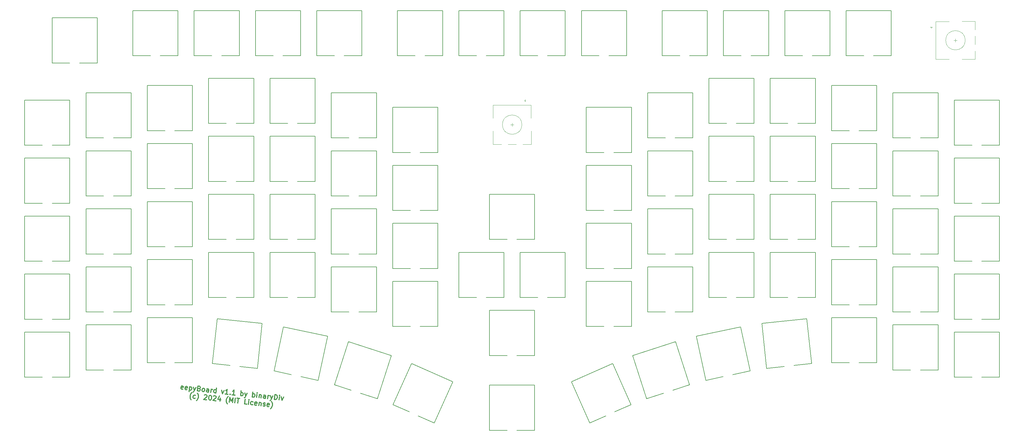
<source format=gbr>
%TF.GenerationSoftware,KiCad,Pcbnew,8.0.5*%
%TF.CreationDate,2024-10-10T16:29:35+02:00*%
%TF.ProjectId,eepyboard_rev2,65657079-626f-4617-9264-5f726576322e,1.1*%
%TF.SameCoordinates,Original*%
%TF.FileFunction,Legend,Top*%
%TF.FilePolarity,Positive*%
%FSLAX46Y46*%
G04 Gerber Fmt 4.6, Leading zero omitted, Abs format (unit mm)*
G04 Created by KiCad (PCBNEW 8.0.5) date 2024-10-10 16:29:35*
%MOMM*%
%LPD*%
G01*
G04 APERTURE LIST*
%ADD10C,0.300000*%
%ADD11C,0.150000*%
%ADD12C,0.120000*%
G04 APERTURE END LIST*
D10*
X116984305Y-186025936D02*
X116834473Y-186081257D01*
X116834473Y-186081257D02*
X116550484Y-186049904D01*
X116550484Y-186049904D02*
X116416328Y-185963231D01*
X116416328Y-185963231D02*
X116361007Y-185813398D01*
X116361007Y-185813398D02*
X116423712Y-185245421D01*
X116423712Y-185245421D02*
X116510386Y-185111264D01*
X116510386Y-185111264D02*
X116660218Y-185055943D01*
X116660218Y-185055943D02*
X116944207Y-185087296D01*
X116944207Y-185087296D02*
X117078363Y-185173970D01*
X117078363Y-185173970D02*
X117133684Y-185323802D01*
X117133684Y-185323802D02*
X117118008Y-185465797D01*
X117118008Y-185465797D02*
X116392359Y-185529409D01*
X118262255Y-186167023D02*
X118112422Y-186222344D01*
X118112422Y-186222344D02*
X117828433Y-186190991D01*
X117828433Y-186190991D02*
X117694277Y-186104318D01*
X117694277Y-186104318D02*
X117638956Y-185954485D01*
X117638956Y-185954485D02*
X117701662Y-185386507D01*
X117701662Y-185386507D02*
X117788335Y-185252351D01*
X117788335Y-185252351D02*
X117938168Y-185197030D01*
X117938168Y-185197030D02*
X118222157Y-185228383D01*
X118222157Y-185228383D02*
X118356313Y-185315057D01*
X118356313Y-185315057D02*
X118411634Y-185464889D01*
X118411634Y-185464889D02*
X118395957Y-185606884D01*
X118395957Y-185606884D02*
X117670309Y-185670496D01*
X119074123Y-185322441D02*
X118909521Y-186813382D01*
X119066285Y-185393438D02*
X119216117Y-185338117D01*
X119216117Y-185338117D02*
X119500106Y-185369470D01*
X119500106Y-185369470D02*
X119634262Y-185456144D01*
X119634262Y-185456144D02*
X119697421Y-185534979D01*
X119697421Y-185534979D02*
X119752742Y-185684811D01*
X119752742Y-185684811D02*
X119705713Y-186110795D01*
X119705713Y-186110795D02*
X119619040Y-186244951D01*
X119619040Y-186244951D02*
X119540204Y-186308110D01*
X119540204Y-186308110D02*
X119390372Y-186363431D01*
X119390372Y-186363431D02*
X119106383Y-186332078D01*
X119106383Y-186332078D02*
X118972227Y-186245405D01*
X120281076Y-185455690D02*
X120526327Y-186488842D01*
X120991048Y-185534071D02*
X120526327Y-186488842D01*
X120526327Y-186488842D02*
X120345142Y-186828151D01*
X120345142Y-186828151D02*
X120266307Y-186891310D01*
X120266307Y-186891310D02*
X120116474Y-186946631D01*
X122032491Y-185864636D02*
X122237645Y-185959147D01*
X122237645Y-185959147D02*
X122300804Y-186037983D01*
X122300804Y-186037983D02*
X122356125Y-186187815D01*
X122356125Y-186187815D02*
X122332610Y-186400807D01*
X122332610Y-186400807D02*
X122245936Y-186534963D01*
X122245936Y-186534963D02*
X122167101Y-186598122D01*
X122167101Y-186598122D02*
X122017269Y-186653443D01*
X122017269Y-186653443D02*
X121449291Y-186590738D01*
X121449291Y-186590738D02*
X121613892Y-185099796D01*
X121613892Y-185099796D02*
X122110873Y-185154663D01*
X122110873Y-185154663D02*
X122245029Y-185241337D01*
X122245029Y-185241337D02*
X122308188Y-185320172D01*
X122308188Y-185320172D02*
X122363509Y-185470005D01*
X122363509Y-185470005D02*
X122347833Y-185611999D01*
X122347833Y-185611999D02*
X122261159Y-185746156D01*
X122261159Y-185746156D02*
X122182324Y-185809315D01*
X122182324Y-185809315D02*
X122032491Y-185864636D01*
X122032491Y-185864636D02*
X121535511Y-185809768D01*
X123153224Y-186778854D02*
X123019068Y-186692180D01*
X123019068Y-186692180D02*
X122955909Y-186613345D01*
X122955909Y-186613345D02*
X122900588Y-186463512D01*
X122900588Y-186463512D02*
X122947617Y-186037529D01*
X122947617Y-186037529D02*
X123034290Y-185903373D01*
X123034290Y-185903373D02*
X123113126Y-185840214D01*
X123113126Y-185840214D02*
X123262958Y-185784893D01*
X123262958Y-185784893D02*
X123475950Y-185808407D01*
X123475950Y-185808407D02*
X123610106Y-185895081D01*
X123610106Y-185895081D02*
X123673265Y-185973916D01*
X123673265Y-185973916D02*
X123728586Y-186123749D01*
X123728586Y-186123749D02*
X123681557Y-186549732D01*
X123681557Y-186549732D02*
X123594884Y-186683888D01*
X123594884Y-186683888D02*
X123516048Y-186747047D01*
X123516048Y-186747047D02*
X123366216Y-186802368D01*
X123366216Y-186802368D02*
X123153224Y-186778854D01*
X124928154Y-186974808D02*
X125014374Y-186193838D01*
X125014374Y-186193838D02*
X124959053Y-186044006D01*
X124959053Y-186044006D02*
X124824897Y-185957332D01*
X124824897Y-185957332D02*
X124540908Y-185925980D01*
X124540908Y-185925980D02*
X124391076Y-185981301D01*
X124935992Y-186903811D02*
X124786160Y-186959131D01*
X124786160Y-186959131D02*
X124431174Y-186919941D01*
X124431174Y-186919941D02*
X124297018Y-186833267D01*
X124297018Y-186833267D02*
X124241697Y-186683435D01*
X124241697Y-186683435D02*
X124257373Y-186541440D01*
X124257373Y-186541440D02*
X124344047Y-186407284D01*
X124344047Y-186407284D02*
X124493879Y-186351963D01*
X124493879Y-186351963D02*
X124848865Y-186391154D01*
X124848865Y-186391154D02*
X124998698Y-186335833D01*
X125638127Y-187053189D02*
X125747861Y-186059229D01*
X125716508Y-186343217D02*
X125803182Y-186209061D01*
X125803182Y-186209061D02*
X125882017Y-186145902D01*
X125882017Y-186145902D02*
X126031850Y-186090581D01*
X126031850Y-186090581D02*
X126173844Y-186106258D01*
X127200065Y-187225629D02*
X127364666Y-185734688D01*
X127207903Y-187154632D02*
X127058070Y-187209953D01*
X127058070Y-187209953D02*
X126774082Y-187178600D01*
X126774082Y-187178600D02*
X126639925Y-187091927D01*
X126639925Y-187091927D02*
X126576766Y-187013091D01*
X126576766Y-187013091D02*
X126521445Y-186863259D01*
X126521445Y-186863259D02*
X126568474Y-186437275D01*
X126568474Y-186437275D02*
X126655148Y-186303119D01*
X126655148Y-186303119D02*
X126733983Y-186239960D01*
X126733983Y-186239960D02*
X126883816Y-186184639D01*
X126883816Y-186184639D02*
X127167805Y-186215992D01*
X127167805Y-186215992D02*
X127301961Y-186302665D01*
X129013732Y-186419784D02*
X129258984Y-187452936D01*
X129258984Y-187452936D02*
X129723704Y-186498166D01*
X130962917Y-187641052D02*
X130110950Y-187546994D01*
X130536934Y-187594023D02*
X130701535Y-186103081D01*
X130701535Y-186103081D02*
X130536026Y-186300397D01*
X130536026Y-186300397D02*
X130378355Y-186426715D01*
X130378355Y-186426715D02*
X130228523Y-186482036D01*
X131617568Y-187569601D02*
X131680727Y-187648436D01*
X131680727Y-187648436D02*
X131601891Y-187711595D01*
X131601891Y-187711595D02*
X131538732Y-187632760D01*
X131538732Y-187632760D02*
X131617568Y-187569601D01*
X131617568Y-187569601D02*
X131601891Y-187711595D01*
X133092833Y-187876197D02*
X132240867Y-187782139D01*
X132666850Y-187829168D02*
X132831451Y-186338226D01*
X132831451Y-186338226D02*
X132665942Y-186535542D01*
X132665942Y-186535542D02*
X132508272Y-186661860D01*
X132508272Y-186661860D02*
X132358439Y-186717181D01*
X134867763Y-188072151D02*
X135032364Y-186581209D01*
X134969659Y-187149187D02*
X135119491Y-187093866D01*
X135119491Y-187093866D02*
X135403480Y-187125219D01*
X135403480Y-187125219D02*
X135537637Y-187211892D01*
X135537637Y-187211892D02*
X135600796Y-187290728D01*
X135600796Y-187290728D02*
X135656117Y-187440560D01*
X135656117Y-187440560D02*
X135609088Y-187866544D01*
X135609088Y-187866544D02*
X135522414Y-188000700D01*
X135522414Y-188000700D02*
X135443579Y-188063859D01*
X135443579Y-188063859D02*
X135293746Y-188119180D01*
X135293746Y-188119180D02*
X135009757Y-188087827D01*
X135009757Y-188087827D02*
X134875601Y-188001154D01*
X136184450Y-187211439D02*
X136429702Y-188244590D01*
X136894422Y-187289820D02*
X136429702Y-188244590D01*
X136429702Y-188244590D02*
X136248516Y-188583900D01*
X136248516Y-188583900D02*
X136169681Y-188647059D01*
X136169681Y-188647059D02*
X136019848Y-188702380D01*
X138488620Y-188471897D02*
X138653222Y-186980956D01*
X138590517Y-187548933D02*
X138740349Y-187493613D01*
X138740349Y-187493613D02*
X139024338Y-187524965D01*
X139024338Y-187524965D02*
X139158494Y-187611639D01*
X139158494Y-187611639D02*
X139221653Y-187690474D01*
X139221653Y-187690474D02*
X139276974Y-187840307D01*
X139276974Y-187840307D02*
X139229945Y-188266290D01*
X139229945Y-188266290D02*
X139143272Y-188400446D01*
X139143272Y-188400446D02*
X139064436Y-188463605D01*
X139064436Y-188463605D02*
X138914604Y-188518926D01*
X138914604Y-188518926D02*
X138630615Y-188487574D01*
X138630615Y-188487574D02*
X138496459Y-188400900D01*
X139837568Y-188620822D02*
X139947302Y-187626861D01*
X140002169Y-187129881D02*
X139923334Y-187193040D01*
X139923334Y-187193040D02*
X139986493Y-187271875D01*
X139986493Y-187271875D02*
X140065328Y-187208716D01*
X140065328Y-187208716D02*
X140002169Y-187129881D01*
X140002169Y-187129881D02*
X139986493Y-187271875D01*
X140657274Y-187705243D02*
X140547540Y-188699204D01*
X140641598Y-187847237D02*
X140720433Y-187784078D01*
X140720433Y-187784078D02*
X140870266Y-187728758D01*
X140870266Y-187728758D02*
X141083258Y-187752272D01*
X141083258Y-187752272D02*
X141217414Y-187838946D01*
X141217414Y-187838946D02*
X141272735Y-187988778D01*
X141272735Y-187988778D02*
X141186515Y-188769748D01*
X142535462Y-188918673D02*
X142621682Y-188137703D01*
X142621682Y-188137703D02*
X142566361Y-187987871D01*
X142566361Y-187987871D02*
X142432205Y-187901197D01*
X142432205Y-187901197D02*
X142148216Y-187869845D01*
X142148216Y-187869845D02*
X141998383Y-187925165D01*
X142543300Y-188847675D02*
X142393468Y-188902996D01*
X142393468Y-188902996D02*
X142038481Y-188863806D01*
X142038481Y-188863806D02*
X141904325Y-188777132D01*
X141904325Y-188777132D02*
X141849004Y-188627299D01*
X141849004Y-188627299D02*
X141864681Y-188485305D01*
X141864681Y-188485305D02*
X141951354Y-188351149D01*
X141951354Y-188351149D02*
X142101187Y-188295828D01*
X142101187Y-188295828D02*
X142456173Y-188335019D01*
X142456173Y-188335019D02*
X142606005Y-188279698D01*
X143245434Y-188997054D02*
X143355169Y-188003093D01*
X143323816Y-188287082D02*
X143410489Y-188152926D01*
X143410489Y-188152926D02*
X143489325Y-188089767D01*
X143489325Y-188089767D02*
X143639157Y-188034446D01*
X143639157Y-188034446D02*
X143781152Y-188050122D01*
X144136137Y-188089313D02*
X144381389Y-189122465D01*
X144846110Y-188167695D02*
X144381389Y-189122465D01*
X144381389Y-189122465D02*
X144200204Y-189461775D01*
X144200204Y-189461775D02*
X144121369Y-189524934D01*
X144121369Y-189524934D02*
X143971536Y-189580255D01*
X145304353Y-189224361D02*
X145468954Y-187733420D01*
X145468954Y-187733420D02*
X145823940Y-187772610D01*
X145823940Y-187772610D02*
X146029094Y-187867122D01*
X146029094Y-187867122D02*
X146155412Y-188024793D01*
X146155412Y-188024793D02*
X146210733Y-188174625D01*
X146210733Y-188174625D02*
X146250377Y-188466453D01*
X146250377Y-188466453D02*
X146226863Y-188679444D01*
X146226863Y-188679444D02*
X146124513Y-188955595D01*
X146124513Y-188955595D02*
X146037839Y-189089751D01*
X146037839Y-189089751D02*
X145880169Y-189216069D01*
X145880169Y-189216069D02*
X145659339Y-189263552D01*
X145659339Y-189263552D02*
X145304353Y-189224361D01*
X146795294Y-189388963D02*
X146905029Y-188395002D01*
X146959896Y-187898021D02*
X146881060Y-187961180D01*
X146881060Y-187961180D02*
X146944219Y-188040016D01*
X146944219Y-188040016D02*
X147023055Y-187976856D01*
X147023055Y-187976856D02*
X146959896Y-187898021D01*
X146959896Y-187898021D02*
X146944219Y-188040016D01*
X147473007Y-188457707D02*
X147718258Y-189490859D01*
X147718258Y-189490859D02*
X148182979Y-188536089D01*
X119524151Y-189382689D02*
X119460992Y-189303853D01*
X119460992Y-189303853D02*
X119342512Y-189075185D01*
X119342512Y-189075185D02*
X119287191Y-188925353D01*
X119287191Y-188925353D02*
X119239708Y-188704523D01*
X119239708Y-188704523D02*
X119207902Y-188341699D01*
X119207902Y-188341699D02*
X119239254Y-188057710D01*
X119239254Y-188057710D02*
X119349442Y-187710562D01*
X119349442Y-187710562D02*
X119443954Y-187505409D01*
X119443954Y-187505409D02*
X119530628Y-187371252D01*
X119530628Y-187371252D02*
X119696136Y-187173937D01*
X119696136Y-187173937D02*
X119774972Y-187110778D01*
X120801647Y-188876963D02*
X120651814Y-188932284D01*
X120651814Y-188932284D02*
X120367825Y-188900931D01*
X120367825Y-188900931D02*
X120233669Y-188814257D01*
X120233669Y-188814257D02*
X120170510Y-188735422D01*
X120170510Y-188735422D02*
X120115189Y-188585589D01*
X120115189Y-188585589D02*
X120162218Y-188159606D01*
X120162218Y-188159606D02*
X120248892Y-188025450D01*
X120248892Y-188025450D02*
X120327727Y-187962291D01*
X120327727Y-187962291D02*
X120477560Y-187906970D01*
X120477560Y-187906970D02*
X120761548Y-187938323D01*
X120761548Y-187938323D02*
X120895705Y-188024996D01*
X121228083Y-189570805D02*
X121306919Y-189507646D01*
X121306919Y-189507646D02*
X121472428Y-189310330D01*
X121472428Y-189310330D02*
X121559101Y-189176174D01*
X121559101Y-189176174D02*
X121653613Y-188971021D01*
X121653613Y-188971021D02*
X121763801Y-188623873D01*
X121763801Y-188623873D02*
X121795154Y-188339884D01*
X121795154Y-188339884D02*
X121763347Y-187977060D01*
X121763347Y-187977060D02*
X121715864Y-187756230D01*
X121715864Y-187756230D02*
X121660544Y-187606397D01*
X121660544Y-187606397D02*
X121542064Y-187377729D01*
X121542064Y-187377729D02*
X121478905Y-187298894D01*
X123640627Y-187896863D02*
X123719463Y-187833704D01*
X123719463Y-187833704D02*
X123869295Y-187778383D01*
X123869295Y-187778383D02*
X124224281Y-187817574D01*
X124224281Y-187817574D02*
X124358437Y-187904248D01*
X124358437Y-187904248D02*
X124421597Y-187983083D01*
X124421597Y-187983083D02*
X124476917Y-188132916D01*
X124476917Y-188132916D02*
X124461241Y-188274910D01*
X124461241Y-188274910D02*
X124366729Y-188480063D01*
X124366729Y-188480063D02*
X123420705Y-189237972D01*
X123420705Y-189237972D02*
X124343669Y-189339868D01*
X125431233Y-187950823D02*
X125573228Y-187966499D01*
X125573228Y-187966499D02*
X125707384Y-188053173D01*
X125707384Y-188053173D02*
X125770543Y-188132008D01*
X125770543Y-188132008D02*
X125825864Y-188281841D01*
X125825864Y-188281841D02*
X125865509Y-188573668D01*
X125865509Y-188573668D02*
X125826318Y-188928654D01*
X125826318Y-188928654D02*
X125723968Y-189204804D01*
X125723968Y-189204804D02*
X125637294Y-189338961D01*
X125637294Y-189338961D02*
X125558459Y-189402120D01*
X125558459Y-189402120D02*
X125408626Y-189457441D01*
X125408626Y-189457441D02*
X125266632Y-189441764D01*
X125266632Y-189441764D02*
X125132476Y-189355091D01*
X125132476Y-189355091D02*
X125069317Y-189276255D01*
X125069317Y-189276255D02*
X125013996Y-189126423D01*
X125013996Y-189126423D02*
X124974351Y-188834596D01*
X124974351Y-188834596D02*
X125013542Y-188479610D01*
X125013542Y-188479610D02*
X125115892Y-188203459D01*
X125115892Y-188203459D02*
X125202565Y-188069303D01*
X125202565Y-188069303D02*
X125281401Y-188006144D01*
X125281401Y-188006144D02*
X125431233Y-187950823D01*
X126480515Y-188210390D02*
X126559350Y-188147231D01*
X126559350Y-188147231D02*
X126709183Y-188091910D01*
X126709183Y-188091910D02*
X127064169Y-188131101D01*
X127064169Y-188131101D02*
X127198325Y-188217774D01*
X127198325Y-188217774D02*
X127261484Y-188296609D01*
X127261484Y-188296609D02*
X127316805Y-188446442D01*
X127316805Y-188446442D02*
X127301129Y-188588436D01*
X127301129Y-188588436D02*
X127206617Y-188793590D01*
X127206617Y-188793590D02*
X126260592Y-189551499D01*
X126260592Y-189551499D02*
X127183556Y-189653395D01*
X128571240Y-188800521D02*
X128461506Y-189794482D01*
X128278959Y-188193352D02*
X127806401Y-189219119D01*
X127806401Y-189219119D02*
X128729364Y-189321016D01*
X130741708Y-190621119D02*
X130678549Y-190542283D01*
X130678549Y-190542283D02*
X130560069Y-190313615D01*
X130560069Y-190313615D02*
X130504748Y-190163783D01*
X130504748Y-190163783D02*
X130457265Y-189942953D01*
X130457265Y-189942953D02*
X130425459Y-189580129D01*
X130425459Y-189580129D02*
X130456811Y-189296140D01*
X130456811Y-189296140D02*
X130566999Y-188948992D01*
X130566999Y-188948992D02*
X130661511Y-188743839D01*
X130661511Y-188743839D02*
X130748185Y-188609682D01*
X130748185Y-188609682D02*
X130913694Y-188412367D01*
X130913694Y-188412367D02*
X130992529Y-188349208D01*
X131372391Y-190115846D02*
X131536992Y-188624905D01*
X131536992Y-188624905D02*
X131916400Y-189744730D01*
X131916400Y-189744730D02*
X132530953Y-188734639D01*
X132530953Y-188734639D02*
X132366352Y-190225581D01*
X133076324Y-190303962D02*
X133240925Y-188813021D01*
X133737906Y-188867888D02*
X134589873Y-188961946D01*
X133999288Y-190405858D02*
X134163889Y-188914917D01*
X136768179Y-190711547D02*
X136058207Y-190633165D01*
X136058207Y-190633165D02*
X136222808Y-189142224D01*
X137265160Y-190766414D02*
X137374894Y-189772453D01*
X137429761Y-189275473D02*
X137350926Y-189338632D01*
X137350926Y-189338632D02*
X137414085Y-189417467D01*
X137414085Y-189417467D02*
X137492920Y-189354308D01*
X137492920Y-189354308D02*
X137429761Y-189275473D01*
X137429761Y-189275473D02*
X137414085Y-189417467D01*
X138621945Y-190844342D02*
X138472113Y-190899663D01*
X138472113Y-190899663D02*
X138188124Y-190868310D01*
X138188124Y-190868310D02*
X138053968Y-190781637D01*
X138053968Y-190781637D02*
X137990808Y-190702801D01*
X137990808Y-190702801D02*
X137935488Y-190552969D01*
X137935488Y-190552969D02*
X137982517Y-190126985D01*
X137982517Y-190126985D02*
X138069190Y-189992829D01*
X138069190Y-189992829D02*
X138148025Y-189929670D01*
X138148025Y-189929670D02*
X138297858Y-189874349D01*
X138297858Y-189874349D02*
X138581847Y-189905702D01*
X138581847Y-189905702D02*
X138716003Y-189992375D01*
X139828898Y-190977591D02*
X139679065Y-191032912D01*
X139679065Y-191032912D02*
X139395076Y-191001559D01*
X139395076Y-191001559D02*
X139260920Y-190914885D01*
X139260920Y-190914885D02*
X139205599Y-190765053D01*
X139205599Y-190765053D02*
X139268304Y-190197075D01*
X139268304Y-190197075D02*
X139354978Y-190062919D01*
X139354978Y-190062919D02*
X139504810Y-190007598D01*
X139504810Y-190007598D02*
X139788799Y-190038951D01*
X139788799Y-190038951D02*
X139922955Y-190125624D01*
X139922955Y-190125624D02*
X139978276Y-190275457D01*
X139978276Y-190275457D02*
X139962600Y-190417451D01*
X139962600Y-190417451D02*
X139236952Y-190481064D01*
X140640765Y-190133009D02*
X140531031Y-191126970D01*
X140625089Y-190275003D02*
X140703925Y-190211844D01*
X140703925Y-190211844D02*
X140853757Y-190156523D01*
X140853757Y-190156523D02*
X141066749Y-190180038D01*
X141066749Y-190180038D02*
X141200905Y-190266711D01*
X141200905Y-190266711D02*
X141256226Y-190416544D01*
X141256226Y-190416544D02*
X141170006Y-191197513D01*
X141816819Y-191197059D02*
X141950976Y-191283733D01*
X141950976Y-191283733D02*
X142234964Y-191315086D01*
X142234964Y-191315086D02*
X142384797Y-191259765D01*
X142384797Y-191259765D02*
X142471470Y-191125608D01*
X142471470Y-191125608D02*
X142479309Y-191054611D01*
X142479309Y-191054611D02*
X142423988Y-190904779D01*
X142423988Y-190904779D02*
X142289832Y-190818105D01*
X142289832Y-190818105D02*
X142076840Y-190794591D01*
X142076840Y-190794591D02*
X141942684Y-190707917D01*
X141942684Y-190707917D02*
X141887363Y-190558084D01*
X141887363Y-190558084D02*
X141895201Y-190487087D01*
X141895201Y-190487087D02*
X141981874Y-190352931D01*
X141981874Y-190352931D02*
X142131707Y-190297610D01*
X142131707Y-190297610D02*
X142344699Y-190321125D01*
X142344699Y-190321125D02*
X142478855Y-190407798D01*
X143662747Y-191400852D02*
X143512914Y-191456173D01*
X143512914Y-191456173D02*
X143228926Y-191424820D01*
X143228926Y-191424820D02*
X143094769Y-191338146D01*
X143094769Y-191338146D02*
X143039448Y-191188314D01*
X143039448Y-191188314D02*
X143102154Y-190620336D01*
X143102154Y-190620336D02*
X143188827Y-190486180D01*
X143188827Y-190486180D02*
X143338660Y-190430859D01*
X143338660Y-190430859D02*
X143622649Y-190462212D01*
X143622649Y-190462212D02*
X143756805Y-190548885D01*
X143756805Y-190548885D02*
X143812126Y-190698718D01*
X143812126Y-190698718D02*
X143796450Y-190840712D01*
X143796450Y-190840712D02*
X143070801Y-190904325D01*
X144160181Y-192102532D02*
X144239016Y-192039373D01*
X144239016Y-192039373D02*
X144404525Y-191842058D01*
X144404525Y-191842058D02*
X144491199Y-191707901D01*
X144491199Y-191707901D02*
X144585711Y-191502748D01*
X144585711Y-191502748D02*
X144695899Y-191155600D01*
X144695899Y-191155600D02*
X144727251Y-190871611D01*
X144727251Y-190871611D02*
X144695445Y-190508787D01*
X144695445Y-190508787D02*
X144647962Y-190287957D01*
X144647962Y-190287957D02*
X144592641Y-190138124D01*
X144592641Y-190138124D02*
X144474161Y-189909457D01*
X144474161Y-189909457D02*
X144411002Y-189830621D01*
D11*
%TO.C,S64*%
X145204919Y-180397826D02*
X148115683Y-166703758D01*
X148115683Y-166703758D02*
X161809751Y-169614522D01*
X150584730Y-181541340D02*
X145204919Y-180397826D01*
X158898987Y-183308590D02*
X153519175Y-182165075D01*
X161809751Y-169614522D02*
X158898987Y-183308590D01*
D12*
%TO.C,ROT2*%
X348527813Y-73708302D02*
X349127813Y-73708302D01*
X348827813Y-74008302D02*
X348527813Y-73708302D01*
X349127813Y-73708302D02*
X348827813Y-74008302D01*
X350227813Y-72008302D02*
X350227811Y-83708302D01*
X354327813Y-72008300D02*
X350227813Y-72008302D01*
X354327813Y-83708302D02*
X350227811Y-83708302D01*
X355827813Y-77808298D02*
X356827814Y-77808302D01*
X356327813Y-77308302D02*
X356327813Y-78308299D01*
X358327813Y-71908302D02*
X362427813Y-71908302D01*
X362427812Y-81108302D02*
X362427813Y-83708302D01*
X362427813Y-71908302D02*
X362427810Y-74508302D01*
X362427813Y-76508302D02*
X362427813Y-79108303D01*
X362427813Y-83708302D02*
X358327813Y-83708302D01*
X359327813Y-77808302D02*
G75*
G02*
X353327819Y-77808302I-2999997J0D01*
G01*
X353327819Y-77808302D02*
G75*
G02*
X359327813Y-77808302I2999997J0D01*
G01*
D11*
%TO.C,S88*%
X322447811Y-68598299D02*
X336447812Y-68598298D01*
X322447812Y-82598300D02*
X322447811Y-68598299D01*
X327947810Y-82598301D02*
X322447812Y-82598300D01*
X336447812Y-68598298D02*
X336447813Y-82598299D01*
X336447813Y-82598299D02*
X330947814Y-82598301D01*
%TO.C,S68*%
X276085871Y-169614522D02*
X289779939Y-166703758D01*
X278996635Y-183308590D02*
X276085871Y-169614522D01*
X284376447Y-182165076D02*
X278996635Y-183308590D01*
X289779939Y-166703758D02*
X292690703Y-180397826D01*
X292690703Y-180397826D02*
X287310892Y-181541341D01*
%TO.C,S37*%
X260947810Y-130098302D02*
X274947811Y-130098301D01*
X260947811Y-144098303D02*
X260947810Y-130098302D01*
X266447809Y-144098304D02*
X260947811Y-144098303D01*
X274947811Y-130098301D02*
X274947812Y-144098302D01*
X274947812Y-144098302D02*
X269447813Y-144098304D01*
%TO.C,S77*%
X101447811Y-68598302D02*
X115447812Y-68598301D01*
X101447812Y-82598303D02*
X101447811Y-68598302D01*
X106947810Y-82598304D02*
X101447812Y-82598303D01*
X115447812Y-68598301D02*
X115447813Y-82598302D01*
X115447813Y-82598302D02*
X109947814Y-82598304D01*
%TO.C,S82*%
X202447810Y-68598305D02*
X216447811Y-68598304D01*
X202447811Y-82598306D02*
X202447810Y-68598305D01*
X207947809Y-82598307D02*
X202447811Y-82598306D01*
X216447811Y-68598304D02*
X216447812Y-82598305D01*
X216447812Y-82598305D02*
X210947813Y-82598307D01*
%TO.C,S24*%
X162947810Y-148098300D02*
X176947811Y-148098299D01*
X162947811Y-162098301D02*
X162947810Y-148098300D01*
X168447809Y-162098302D02*
X162947811Y-162098301D01*
X176947811Y-148098299D02*
X176947812Y-162098300D01*
X176947812Y-162098300D02*
X171447813Y-162098302D01*
%TO.C,S50*%
X317947812Y-127848300D02*
X331947813Y-127848299D01*
X317947813Y-141848301D02*
X317947812Y-127848300D01*
X323447811Y-141848302D02*
X317947813Y-141848301D01*
X331947813Y-127848299D02*
X331947814Y-141848300D01*
X331947814Y-141848300D02*
X326447815Y-141848302D01*
%TO.C,S58*%
X355947812Y-168348306D02*
X369947813Y-168348305D01*
X355947813Y-182348307D02*
X355947812Y-168348306D01*
X361447811Y-182348308D02*
X355947813Y-182348307D01*
X369947813Y-168348305D02*
X369947814Y-182348306D01*
X369947814Y-182348306D02*
X364447815Y-182348308D01*
%TO.C,S61*%
X355947810Y-114348302D02*
X369947811Y-114348301D01*
X355947811Y-128348303D02*
X355947810Y-114348302D01*
X361447809Y-128348304D02*
X355947811Y-128348303D01*
X369947811Y-114348301D02*
X369947812Y-128348302D01*
X369947812Y-128348302D02*
X364447813Y-128348304D01*
%TO.C,S36*%
X260947812Y-148098300D02*
X274947813Y-148098299D01*
X260947813Y-162098301D02*
X260947812Y-148098300D01*
X266447811Y-162098302D02*
X260947813Y-162098301D01*
X274947813Y-148098299D02*
X274947814Y-162098300D01*
X274947814Y-162098300D02*
X269447815Y-162098302D01*
%TO.C,S23*%
X143947812Y-89598300D02*
X157947813Y-89598299D01*
X143947813Y-103598301D02*
X143947812Y-89598300D01*
X149447811Y-103598302D02*
X143947813Y-103598301D01*
X157947813Y-89598299D02*
X157947814Y-103598300D01*
X157947814Y-103598300D02*
X152447815Y-103598302D01*
%TO.C,S78*%
X120447811Y-68598303D02*
X134447812Y-68598302D01*
X120447812Y-82598304D02*
X120447811Y-68598303D01*
X125947810Y-82598305D02*
X120447812Y-82598304D01*
X134447812Y-68598302D02*
X134447813Y-82598303D01*
X134447813Y-82598303D02*
X128947814Y-82598305D01*
%TO.C,S11*%
X105947813Y-163848303D02*
X119947814Y-163848302D01*
X105947814Y-177848304D02*
X105947813Y-163848303D01*
X111447812Y-177848305D02*
X105947814Y-177848304D01*
X119947814Y-163848302D02*
X119947815Y-177848303D01*
X119947815Y-177848303D02*
X114447816Y-177848305D01*
%TO.C,S87*%
X303447813Y-68598302D02*
X317447814Y-68598301D01*
X303447814Y-82598303D02*
X303447813Y-68598302D01*
X308947812Y-82598304D02*
X303447814Y-82598303D01*
X317447814Y-68598301D02*
X317447815Y-82598302D01*
X317447815Y-82598302D02*
X311947816Y-82598304D01*
%TO.C,S76*%
X76447811Y-70848299D02*
X90447812Y-70848298D01*
X76447812Y-84848300D02*
X76447811Y-70848299D01*
X81947810Y-84848301D02*
X76447812Y-84848300D01*
X90447812Y-70848298D02*
X90447813Y-84848299D01*
X90447813Y-84848299D02*
X84947814Y-84848301D01*
%TO.C,S29*%
X181947815Y-134598301D02*
X195947816Y-134598300D01*
X181947816Y-148598302D02*
X181947815Y-134598301D01*
X187447814Y-148598303D02*
X181947816Y-148598302D01*
X195947816Y-134598300D02*
X195947817Y-148598301D01*
X195947817Y-148598301D02*
X190447818Y-148598303D01*
%TO.C,S53*%
X336947816Y-166098300D02*
X350947817Y-166098299D01*
X336947817Y-180098301D02*
X336947816Y-166098300D01*
X342447815Y-180098302D02*
X336947817Y-180098301D01*
X350947817Y-166098299D02*
X350947818Y-180098300D01*
X350947818Y-180098300D02*
X345447819Y-180098302D01*
%TO.C,S20*%
X143947810Y-143598303D02*
X157947811Y-143598302D01*
X143947811Y-157598304D02*
X143947810Y-143598303D01*
X149447809Y-157598305D02*
X143947811Y-157598304D01*
X157947811Y-143598302D02*
X157947812Y-157598303D01*
X157947812Y-157598303D02*
X152447813Y-157598305D01*
%TO.C,S74*%
X211947812Y-125598298D02*
X225947813Y-125598297D01*
X211947813Y-139598299D02*
X211947812Y-125598298D01*
X217447811Y-139598300D02*
X211947813Y-139598299D01*
X225947813Y-125598297D02*
X225947814Y-139598298D01*
X225947814Y-139598298D02*
X220447815Y-139598300D01*
%TO.C,S69*%
X256330386Y-175666539D02*
X269645178Y-171340301D01*
X260656624Y-188981331D02*
X256330386Y-175666539D01*
X265887435Y-187281738D02*
X260656624Y-188981331D01*
X269645178Y-171340301D02*
X273971416Y-184655093D01*
X273971416Y-184655093D02*
X268740607Y-186354686D01*
%TO.C,S65*%
X163924205Y-184655097D02*
X168250443Y-171340305D01*
X168250443Y-171340305D02*
X181565235Y-175666543D01*
X169155014Y-186354690D02*
X163924205Y-184655097D01*
X177238997Y-188981335D02*
X172008186Y-187281741D01*
X181565235Y-175666543D02*
X177238997Y-188981335D01*
%TO.C,S33*%
X241947810Y-134598301D02*
X255947811Y-134598300D01*
X241947811Y-148598302D02*
X241947810Y-134598301D01*
X247447809Y-148598303D02*
X241947811Y-148598302D01*
X255947811Y-134598300D02*
X255947812Y-148598301D01*
X255947812Y-148598301D02*
X250447813Y-148598303D01*
%TO.C,S46*%
X298947813Y-107598301D02*
X312947814Y-107598300D01*
X298947814Y-121598302D02*
X298947813Y-107598301D01*
X304447812Y-121598303D02*
X298947814Y-121598302D01*
X312947814Y-107598300D02*
X312947815Y-121598301D01*
X312947815Y-121598301D02*
X307447816Y-121598303D01*
%TO.C,S56*%
X336947814Y-112098302D02*
X350947815Y-112098301D01*
X336947815Y-126098303D02*
X336947814Y-112098302D01*
X342447813Y-126098304D02*
X336947815Y-126098303D01*
X350947815Y-112098301D02*
X350947816Y-126098302D01*
X350947816Y-126098302D02*
X345447817Y-126098304D01*
%TO.C,S63*%
X126143171Y-178120578D02*
X127606569Y-164197270D01*
X127606569Y-164197270D02*
X141529877Y-165660668D01*
X131613040Y-178695484D02*
X126143171Y-178120578D01*
X140066479Y-179583976D02*
X134596609Y-179009071D01*
X141529877Y-165660668D02*
X140066479Y-179583976D01*
%TO.C,S57*%
X336947811Y-94098302D02*
X350947812Y-94098301D01*
X336947812Y-108098303D02*
X336947811Y-94098302D01*
X342447810Y-108098304D02*
X336947812Y-108098303D01*
X350947812Y-94098301D02*
X350947813Y-108098302D01*
X350947813Y-108098302D02*
X345447814Y-108098304D01*
%TO.C,S73*%
X202447811Y-143598300D02*
X216447812Y-143598299D01*
X202447812Y-157598301D02*
X202447811Y-143598300D01*
X207947810Y-157598302D02*
X202447812Y-157598301D01*
X216447812Y-143598299D02*
X216447813Y-157598300D01*
X216447813Y-157598300D02*
X210947814Y-157598302D01*
%TO.C,S9*%
X86947815Y-112098305D02*
X100947816Y-112098304D01*
X86947816Y-126098306D02*
X86947815Y-112098305D01*
X92447814Y-126098307D02*
X86947816Y-126098306D01*
X100947816Y-112098304D02*
X100947817Y-126098305D01*
X100947817Y-126098305D02*
X95447818Y-126098307D01*
%TO.C,S52*%
X317947812Y-91848301D02*
X331947813Y-91848300D01*
X317947813Y-105848302D02*
X317947812Y-91848301D01*
X323447811Y-105848303D02*
X317947813Y-105848302D01*
X331947813Y-91848300D02*
X331947814Y-105848301D01*
X331947814Y-105848301D02*
X326447815Y-105848303D01*
%TO.C,S2*%
X67947807Y-150348299D02*
X81947808Y-150348298D01*
X67947808Y-164348300D02*
X67947807Y-150348299D01*
X73447806Y-164348301D02*
X67947808Y-164348300D01*
X81947808Y-150348298D02*
X81947809Y-164348299D01*
X81947809Y-164348299D02*
X76447810Y-164348301D01*
%TO.C,S86*%
X284447814Y-68598303D02*
X298447815Y-68598302D01*
X284447815Y-82598304D02*
X284447814Y-68598303D01*
X289947813Y-82598305D02*
X284447815Y-82598304D01*
X298447815Y-68598302D02*
X298447816Y-82598303D01*
X298447816Y-82598303D02*
X292947817Y-82598305D01*
%TO.C,S55*%
X336947816Y-130098303D02*
X350947817Y-130098302D01*
X336947817Y-144098304D02*
X336947816Y-130098303D01*
X342447815Y-144098305D02*
X336947817Y-144098304D01*
X350947817Y-130098302D02*
X350947818Y-144098303D01*
X350947818Y-144098303D02*
X345447819Y-144098305D01*
%TO.C,S13*%
X105947811Y-127848297D02*
X119947812Y-127848296D01*
X105947812Y-141848298D02*
X105947811Y-127848297D01*
X111447810Y-141848299D02*
X105947812Y-141848298D01*
X119947812Y-127848296D02*
X119947813Y-141848297D01*
X119947813Y-141848297D02*
X114447814Y-141848299D01*
%TO.C,S70*%
X237315733Y-183750412D02*
X250105370Y-178056099D01*
X243010046Y-196540049D02*
X237315733Y-183750412D01*
X248034546Y-194302997D02*
X243010046Y-196540049D01*
X250105370Y-178056099D02*
X255799683Y-190845736D01*
X255799683Y-190845736D02*
X250775185Y-193082787D01*
%TO.C,S21*%
X143947814Y-125598306D02*
X157947815Y-125598305D01*
X143947815Y-139598307D02*
X143947814Y-125598306D01*
X149447813Y-139598308D02*
X143947815Y-139598307D01*
X157947815Y-125598305D02*
X157947816Y-139598306D01*
X157947816Y-139598306D02*
X152447817Y-139598308D01*
%TO.C,S83*%
X221447813Y-68598303D02*
X235447814Y-68598302D01*
X221447814Y-82598304D02*
X221447813Y-68598303D01*
X226947812Y-82598305D02*
X221447814Y-82598304D01*
X235447814Y-68598302D02*
X235447815Y-82598303D01*
X235447815Y-82598303D02*
X229947816Y-82598305D01*
%TO.C,S25*%
X162947808Y-130098303D02*
X176947809Y-130098302D01*
X162947809Y-144098304D02*
X162947808Y-130098303D01*
X168447807Y-144098305D02*
X162947809Y-144098304D01*
X176947809Y-130098302D02*
X176947810Y-144098303D01*
X176947810Y-144098303D02*
X171447811Y-144098305D01*
%TO.C,S14*%
X105947808Y-109848301D02*
X119947809Y-109848300D01*
X105947809Y-123848302D02*
X105947808Y-109848301D01*
X111447807Y-123848303D02*
X105947809Y-123848302D01*
X119947809Y-109848300D02*
X119947810Y-123848301D01*
X119947810Y-123848301D02*
X114447811Y-123848303D01*
%TO.C,S79*%
X139447812Y-68598303D02*
X153447813Y-68598302D01*
X139447813Y-82598304D02*
X139447812Y-68598303D01*
X144947811Y-82598305D02*
X139447813Y-82598304D01*
X153447813Y-68598302D02*
X153447814Y-82598303D01*
X153447814Y-82598303D02*
X147947815Y-82598305D01*
%TO.C,S71*%
X211947815Y-184798077D02*
X225947816Y-184798076D01*
X211947816Y-198798078D02*
X211947815Y-184798077D01*
X217447814Y-198798079D02*
X211947816Y-198798078D01*
X225947816Y-184798076D02*
X225947817Y-198798077D01*
X225947817Y-198798077D02*
X220447818Y-198798079D01*
%TO.C,S28*%
X181947812Y-152598302D02*
X195947813Y-152598301D01*
X181947813Y-166598303D02*
X181947812Y-152598302D01*
X187447811Y-166598304D02*
X181947813Y-166598303D01*
X195947813Y-152598301D02*
X195947814Y-166598302D01*
X195947814Y-166598302D02*
X190447815Y-166598304D01*
%TO.C,S59*%
X355947811Y-150348304D02*
X369947812Y-150348303D01*
X355947812Y-164348305D02*
X355947811Y-150348304D01*
X361447810Y-164348306D02*
X355947812Y-164348305D01*
X369947812Y-150348303D02*
X369947813Y-164348304D01*
X369947813Y-164348304D02*
X364447814Y-164348306D01*
%TO.C,S54*%
X336947810Y-148098300D02*
X350947811Y-148098299D01*
X336947811Y-162098301D02*
X336947810Y-148098300D01*
X342447809Y-162098302D02*
X336947811Y-162098301D01*
X350947811Y-148098299D02*
X350947812Y-162098300D01*
X350947812Y-162098300D02*
X345447813Y-162098302D01*
D12*
%TO.C,ROT1*%
X221987809Y-103978304D02*
G75*
G02*
X215987815Y-103978304I-2999997J0D01*
G01*
X215987815Y-103978304D02*
G75*
G02*
X221987809Y-103978304I2999997J0D01*
G01*
X224887812Y-110078301D02*
X222287812Y-110078298D01*
X224887812Y-105978301D02*
X224887812Y-110078301D01*
X224787814Y-101978301D02*
X224787812Y-97878301D01*
X224787812Y-97878301D02*
X213087812Y-97878299D01*
X223087812Y-96778301D02*
X222787812Y-96478301D01*
X223087812Y-96178301D02*
X223087812Y-96778301D01*
X222787812Y-96478301D02*
X223087812Y-96178301D01*
X220287812Y-110078301D02*
X217687811Y-110078301D01*
X219487812Y-103978301D02*
X218487815Y-103978301D01*
X218987816Y-103478301D02*
X218987812Y-104478302D01*
X215687812Y-110078300D02*
X213087812Y-110078301D01*
X213087812Y-110078301D02*
X213087812Y-105978301D01*
X213087812Y-101978301D02*
X213087812Y-97878299D01*
D11*
%TO.C,S35*%
X241947811Y-98598302D02*
X255947812Y-98598301D01*
X241947812Y-112598303D02*
X241947811Y-98598302D01*
X247447810Y-112598304D02*
X241947812Y-112598303D01*
X255947812Y-98598301D02*
X255947813Y-112598302D01*
X255947813Y-112598302D02*
X250447814Y-112598304D01*
%TO.C,S67*%
X296365743Y-165660669D02*
X310289051Y-164197269D01*
X297829143Y-179583977D02*
X296365743Y-165660669D01*
X303299012Y-179009070D02*
X297829143Y-179583977D01*
X310289051Y-164197269D02*
X311752451Y-178120577D01*
X311752451Y-178120577D02*
X306282581Y-178695485D01*
%TO.C,S84*%
X240447812Y-68598295D02*
X254447813Y-68598294D01*
X240447813Y-82598296D02*
X240447812Y-68598295D01*
X245947811Y-82598297D02*
X240447813Y-82598296D01*
X254447813Y-68598294D02*
X254447814Y-82598295D01*
X254447814Y-82598295D02*
X248947815Y-82598297D01*
%TO.C,S60*%
X355947813Y-132348299D02*
X369947814Y-132348298D01*
X355947814Y-146348300D02*
X355947813Y-132348299D01*
X361447812Y-146348301D02*
X355947814Y-146348300D01*
X369947814Y-132348298D02*
X369947815Y-146348299D01*
X369947815Y-146348299D02*
X364447816Y-146348301D01*
%TO.C,S40*%
X279947814Y-143598302D02*
X293947815Y-143598301D01*
X279947815Y-157598303D02*
X279947814Y-143598302D01*
X285447813Y-157598304D02*
X279947815Y-157598303D01*
X293947815Y-143598301D02*
X293947816Y-157598302D01*
X293947816Y-157598302D02*
X288447817Y-157598304D01*
%TO.C,S12*%
X105947811Y-145848301D02*
X119947812Y-145848300D01*
X105947812Y-159848302D02*
X105947811Y-145848301D01*
X111447810Y-159848303D02*
X105947812Y-159848302D01*
X119947812Y-145848300D02*
X119947813Y-159848301D01*
X119947813Y-159848301D02*
X114447814Y-159848303D01*
%TO.C,S1*%
X67947814Y-168348303D02*
X81947815Y-168348302D01*
X67947815Y-182348304D02*
X67947814Y-168348303D01*
X73447813Y-182348305D02*
X67947815Y-182348304D01*
X81947815Y-168348302D02*
X81947816Y-182348303D01*
X81947816Y-182348303D02*
X76447817Y-182348305D01*
%TO.C,S32*%
X241947810Y-152598303D02*
X255947811Y-152598302D01*
X241947811Y-166598304D02*
X241947810Y-152598303D01*
X247447809Y-166598305D02*
X241947811Y-166598304D01*
X255947811Y-152598302D02*
X255947812Y-166598303D01*
X255947812Y-166598303D02*
X250447813Y-166598305D01*
%TO.C,S22*%
X143947814Y-107598300D02*
X157947815Y-107598299D01*
X143947815Y-121598301D02*
X143947814Y-107598300D01*
X149447813Y-121598302D02*
X143947815Y-121598301D01*
X157947815Y-107598299D02*
X157947816Y-121598300D01*
X157947816Y-121598300D02*
X152447817Y-121598302D01*
%TO.C,S5*%
X67947813Y-96348301D02*
X81947814Y-96348300D01*
X67947814Y-110348302D02*
X67947813Y-96348301D01*
X73447812Y-110348303D02*
X67947814Y-110348302D01*
X81947814Y-96348300D02*
X81947815Y-110348301D01*
X81947815Y-110348301D02*
X76447816Y-110348303D01*
%TO.C,S43*%
X279947811Y-89598306D02*
X293947812Y-89598305D01*
X279947812Y-103598307D02*
X279947811Y-89598306D01*
X285447810Y-103598308D02*
X279947812Y-103598307D01*
X293947812Y-89598305D02*
X293947813Y-103598306D01*
X293947813Y-103598306D02*
X288447814Y-103598308D01*
%TO.C,S19*%
X124947810Y-89598301D02*
X138947811Y-89598300D01*
X124947811Y-103598302D02*
X124947810Y-89598301D01*
X130447809Y-103598303D02*
X124947811Y-103598302D01*
X138947811Y-89598300D02*
X138947812Y-103598301D01*
X138947812Y-103598301D02*
X133447813Y-103598303D01*
%TO.C,S38*%
X260947810Y-112098301D02*
X274947811Y-112098300D01*
X260947811Y-126098302D02*
X260947810Y-112098301D01*
X266447809Y-126098303D02*
X260947811Y-126098302D01*
X274947811Y-112098300D02*
X274947812Y-126098301D01*
X274947812Y-126098301D02*
X269447813Y-126098303D01*
%TO.C,S48*%
X317947811Y-163848303D02*
X331947812Y-163848302D01*
X317947812Y-177848304D02*
X317947811Y-163848303D01*
X323447810Y-177848305D02*
X317947812Y-177848304D01*
X331947812Y-163848302D02*
X331947813Y-177848303D01*
X331947813Y-177848303D02*
X326447814Y-177848305D01*
%TO.C,S62*%
X355947807Y-96348300D02*
X369947808Y-96348299D01*
X355947808Y-110348301D02*
X355947807Y-96348300D01*
X361447806Y-110348302D02*
X355947808Y-110348301D01*
X369947808Y-96348299D02*
X369947809Y-110348300D01*
X369947809Y-110348300D02*
X364447810Y-110348302D01*
%TO.C,S30*%
X181947813Y-116598302D02*
X195947814Y-116598301D01*
X181947814Y-130598303D02*
X181947813Y-116598302D01*
X187447812Y-130598304D02*
X181947814Y-130598303D01*
X195947814Y-116598301D02*
X195947815Y-130598302D01*
X195947815Y-130598302D02*
X190447816Y-130598304D01*
%TO.C,S15*%
X105947809Y-91848301D02*
X119947810Y-91848300D01*
X105947810Y-105848302D02*
X105947809Y-91848301D01*
X111447808Y-105848303D02*
X105947810Y-105848302D01*
X119947810Y-91848300D02*
X119947811Y-105848301D01*
X119947811Y-105848301D02*
X114447812Y-105848303D01*
%TO.C,S80*%
X158447812Y-68598300D02*
X172447813Y-68598299D01*
X158447813Y-82598301D02*
X158447812Y-68598300D01*
X163947811Y-82598302D02*
X158447813Y-82598301D01*
X172447813Y-68598299D02*
X172447814Y-82598300D01*
X172447814Y-82598300D02*
X166947815Y-82598302D01*
%TO.C,S39*%
X260947812Y-94098303D02*
X274947813Y-94098302D01*
X260947813Y-108098304D02*
X260947812Y-94098303D01*
X266447811Y-108098305D02*
X260947813Y-108098304D01*
X274947813Y-94098302D02*
X274947814Y-108098303D01*
X274947814Y-108098303D02*
X269447815Y-108098305D01*
%TO.C,S31*%
X181947812Y-98598302D02*
X195947813Y-98598301D01*
X181947813Y-112598303D02*
X181947812Y-98598302D01*
X187447811Y-112598304D02*
X181947813Y-112598303D01*
X195947813Y-98598301D02*
X195947814Y-112598302D01*
X195947814Y-112598302D02*
X190447815Y-112598304D01*
%TO.C,S3*%
X67947810Y-132348305D02*
X81947811Y-132348304D01*
X67947811Y-146348306D02*
X67947810Y-132348305D01*
X73447809Y-146348307D02*
X67947811Y-146348306D01*
X81947811Y-132348304D02*
X81947812Y-146348305D01*
X81947812Y-146348305D02*
X76447813Y-146348307D01*
%TO.C,S34*%
X241947810Y-116598299D02*
X255947811Y-116598298D01*
X241947811Y-130598300D02*
X241947810Y-116598299D01*
X247447809Y-130598301D02*
X241947811Y-130598300D01*
X255947811Y-116598298D02*
X255947812Y-130598299D01*
X255947812Y-130598299D02*
X250447813Y-130598301D01*
%TO.C,S18*%
X124947817Y-107598303D02*
X138947818Y-107598302D01*
X124947818Y-121598304D02*
X124947817Y-107598303D01*
X130447816Y-121598305D02*
X124947818Y-121598304D01*
X138947818Y-107598302D02*
X138947819Y-121598303D01*
X138947819Y-121598303D02*
X133447820Y-121598305D01*
%TO.C,S42*%
X279947815Y-107598302D02*
X293947816Y-107598301D01*
X279947816Y-121598303D02*
X279947815Y-107598302D01*
X285447814Y-121598304D02*
X279947816Y-121598303D01*
X293947816Y-107598301D02*
X293947817Y-121598302D01*
X293947817Y-121598302D02*
X288447818Y-121598304D01*
%TO.C,S66*%
X182095943Y-190845739D02*
X187790256Y-178056102D01*
X187120440Y-193082790D02*
X182095943Y-190845739D01*
X187790256Y-178056102D02*
X200579893Y-183750415D01*
X194885580Y-196540052D02*
X189861080Y-194303000D01*
X200579893Y-183750415D02*
X194885580Y-196540052D01*
%TO.C,S47*%
X298947808Y-89598302D02*
X312947809Y-89598301D01*
X298947809Y-103598303D02*
X298947808Y-89598302D01*
X304447807Y-103598304D02*
X298947809Y-103598303D01*
X312947809Y-89598301D02*
X312947810Y-103598302D01*
X312947810Y-103598302D02*
X307447811Y-103598304D01*
%TO.C,S8*%
X86947808Y-130098301D02*
X100947809Y-130098300D01*
X86947809Y-144098302D02*
X86947808Y-130098301D01*
X92447807Y-144098303D02*
X86947809Y-144098302D01*
X100947809Y-130098300D02*
X100947810Y-144098301D01*
X100947810Y-144098301D02*
X95447811Y-144098303D01*
%TO.C,S44*%
X298947812Y-143598299D02*
X312947813Y-143598298D01*
X298947813Y-157598300D02*
X298947812Y-143598299D01*
X304447811Y-157598301D02*
X298947813Y-157598300D01*
X312947813Y-143598298D02*
X312947814Y-157598299D01*
X312947814Y-157598299D02*
X307447815Y-157598301D01*
%TO.C,S27*%
X162947812Y-94098300D02*
X176947813Y-94098299D01*
X162947813Y-108098301D02*
X162947812Y-94098300D01*
X168447811Y-108098302D02*
X162947813Y-108098301D01*
X176947813Y-94098299D02*
X176947814Y-108098300D01*
X176947814Y-108098300D02*
X171447815Y-108098302D01*
%TO.C,S10*%
X86947808Y-94098301D02*
X100947809Y-94098300D01*
X86947809Y-108098302D02*
X86947808Y-94098301D01*
X92447807Y-108098303D02*
X86947809Y-108098302D01*
X100947809Y-94098300D02*
X100947810Y-108098301D01*
X100947810Y-108098301D02*
X95447811Y-108098303D01*
%TO.C,S75*%
X221447812Y-143598299D02*
X235447813Y-143598298D01*
X221447813Y-157598300D02*
X221447812Y-143598299D01*
X226947811Y-157598301D02*
X221447813Y-157598300D01*
X235447813Y-143598298D02*
X235447814Y-157598299D01*
X235447814Y-157598299D02*
X229947815Y-157598301D01*
%TO.C,S7*%
X86947813Y-148098300D02*
X100947814Y-148098299D01*
X86947814Y-162098301D02*
X86947813Y-148098300D01*
X92447812Y-162098302D02*
X86947814Y-162098301D01*
X100947814Y-148098299D02*
X100947815Y-162098300D01*
X100947815Y-162098300D02*
X95447816Y-162098302D01*
%TO.C,S17*%
X124947814Y-125598304D02*
X138947815Y-125598303D01*
X124947815Y-139598305D02*
X124947814Y-125598304D01*
X130447813Y-139598306D02*
X124947815Y-139598305D01*
X138947815Y-125598303D02*
X138947816Y-139598304D01*
X138947816Y-139598304D02*
X133447817Y-139598306D01*
%TO.C,S16*%
X124947811Y-143598301D02*
X138947812Y-143598300D01*
X124947812Y-157598302D02*
X124947811Y-143598301D01*
X130447810Y-157598303D02*
X124947812Y-157598302D01*
X138947812Y-143598300D02*
X138947813Y-157598301D01*
X138947813Y-157598301D02*
X133447814Y-157598303D01*
%TO.C,S45*%
X298947812Y-125598300D02*
X312947813Y-125598299D01*
X298947813Y-139598301D02*
X298947812Y-125598300D01*
X304447811Y-139598302D02*
X298947813Y-139598301D01*
X312947813Y-125598299D02*
X312947814Y-139598300D01*
X312947814Y-139598300D02*
X307447815Y-139598302D01*
%TO.C,S26*%
X162947813Y-112098299D02*
X176947814Y-112098298D01*
X162947814Y-126098300D02*
X162947813Y-112098299D01*
X168447812Y-126098301D02*
X162947814Y-126098300D01*
X176947814Y-112098298D02*
X176947815Y-126098299D01*
X176947815Y-126098299D02*
X171447816Y-126098301D01*
%TO.C,S4*%
X67947811Y-114348303D02*
X81947812Y-114348302D01*
X67947812Y-128348304D02*
X67947811Y-114348303D01*
X73447810Y-128348305D02*
X67947812Y-128348304D01*
X81947812Y-114348302D02*
X81947813Y-128348303D01*
X81947813Y-128348303D02*
X76447814Y-128348305D01*
%TO.C,S49*%
X317947812Y-145848306D02*
X331947813Y-145848305D01*
X317947813Y-159848307D02*
X317947812Y-145848306D01*
X323447811Y-159848308D02*
X317947813Y-159848307D01*
X331947813Y-145848305D02*
X331947814Y-159848306D01*
X331947814Y-159848306D02*
X326447815Y-159848308D01*
%TO.C,S6*%
X86947814Y-166098300D02*
X100947815Y-166098299D01*
X86947815Y-180098301D02*
X86947814Y-166098300D01*
X92447813Y-180098302D02*
X86947815Y-180098301D01*
X100947815Y-166098299D02*
X100947816Y-180098300D01*
X100947816Y-180098300D02*
X95447817Y-180098302D01*
%TO.C,S85*%
X265447812Y-68598304D02*
X279447813Y-68598303D01*
X265447813Y-82598305D02*
X265447812Y-68598304D01*
X270947811Y-82598306D02*
X265447813Y-82598305D01*
X279447813Y-68598303D02*
X279447814Y-82598304D01*
X279447814Y-82598304D02*
X273947815Y-82598306D01*
%TO.C,S41*%
X279947814Y-125598305D02*
X293947815Y-125598304D01*
X279947815Y-139598306D02*
X279947814Y-125598305D01*
X285447813Y-139598307D02*
X279947815Y-139598306D01*
X293947815Y-125598304D02*
X293947816Y-139598305D01*
X293947816Y-139598305D02*
X288447817Y-139598307D01*
%TO.C,S51*%
X317947809Y-109848301D02*
X331947810Y-109848300D01*
X317947810Y-123848302D02*
X317947809Y-109848301D01*
X323447808Y-123848303D02*
X317947810Y-123848302D01*
X331947810Y-109848300D02*
X331947811Y-123848301D01*
X331947811Y-123848301D02*
X326447812Y-123848303D01*
%TO.C,S72*%
X211947809Y-161598303D02*
X225947810Y-161598302D01*
X211947810Y-175598304D02*
X211947809Y-161598303D01*
X217447808Y-175598305D02*
X211947810Y-175598304D01*
X225947810Y-161598302D02*
X225947811Y-175598303D01*
X225947811Y-175598303D02*
X220447812Y-175598305D01*
%TO.C,S81*%
X183447810Y-68598300D02*
X197447811Y-68598299D01*
X183447811Y-82598301D02*
X183447810Y-68598300D01*
X188947809Y-82598302D02*
X183447811Y-82598301D01*
X197447811Y-68598299D02*
X197447812Y-82598300D01*
X197447812Y-82598300D02*
X191947813Y-82598302D01*
%TD*%
M02*

</source>
